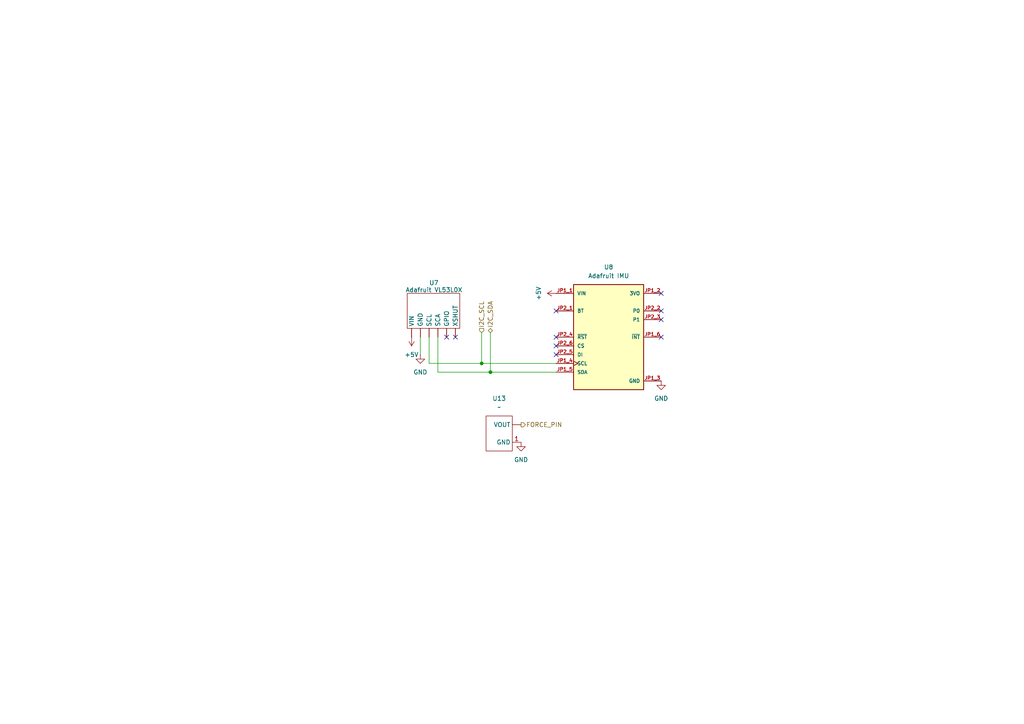
<source format=kicad_sch>
(kicad_sch (version 20250114) (generator "eeschema") (generator_version "9.0")
  (paper "A4")
  (lib_symbols
    (symbol "4754:4754" (pin_names (offset 1.016))
      (property "Reference" "U" (at -10.16 16.002 0))
      (property "Value" "4754" (at -10.16 -17.78 0))
      (symbol "4754_0_0"
        (rectangle (start -10.16 -15.24) (end 10.16 15.24) (stroke (width 0.254)) (fill (type background)))
        (pin input line (at -15.24 12.7 0) (length 5.08) (name "VIN") (number "JP1_1"))
        (pin input line (at -15.24 7.62 0) (length 5.08) (name "BT") (number "JP2_1"))
        (pin input line (at -15.24 0 0) (length 5.08) (name "~{RST}") (number "JP2_4"))
        (pin input line (at -15.24 -2.54 0) (length 5.08) (name "CS") (number "JP2_6"))
        (pin input line (at -15.24 -5.08 0) (length 5.08) (name "DI") (number "JP2_5"))
        (pin bidirectional clock (at -15.24 -7.62 0) (length 5.08) (name "SCL") (number "JP1_4"))
        (pin bidirectional line (at -15.24 -10.16 0) (length 5.08) (name "SDA") (number "JP1_5"))
        (pin output line (at 15.24 12.7 180) (length 5.08) (name "3VO") (number "JP1_2"))
        (pin bidirectional line (at 15.24 7.62 180) (length 5.08) (name "P0") (number "JP2_2"))
        (pin bidirectional line (at 15.24 5.08 180) (length 5.08) (name "P1") (number "JP2_3"))
        (pin output line (at 15.24 0 180) (length 5.08) (name "~{INT}") (number "JP1_6"))
        (pin power_in line (at 15.24 -12.7 180) (length 5.08) (name "GND") (number "JP1_3"))
      )
    )
    (symbol "Custom_Parts:Adafruit_VL53L0X"
      (property "Reference" "U" (at 0 0 0))
      (symbol "Adafruit_VL53L0X_0_1"
        (rectangle (start -7.62 2.54) (end 7.62 -7.62))
      )
      (symbol "Adafruit_VL53L0X_1_1"
        (pin power_in line (at -6.35 -10.16 90) (length 2.54) (name "VIN") (number ""))
        (pin power_in line (at -3.81 -10.16 90) (length 2.54) (name "GND") (number ""))
        (pin input line (at -1.27 -10.16 90) (length 2.54) (name "SCL") (number ""))
        (pin bidirectional line (at 1.27 -10.16 90) (length 2.54) (name "SCA") (number ""))
        (pin bidirectional line (at 3.81 -10.16 90) (length 2.54) (name "GPIO") (number ""))
        (pin input line (at 6.35 -10.16 90) (length 2.54) (name "XSHUT") (number ""))
      )
    )
    (symbol "Custom_Parts:Force_Sensor"
      (property "Reference" "U" (at 0 0 0))
      (symbol "Force_Sensor_0_1"
        (rectangle (start -5.08 -3.81) (end 5.08 3.81))
      )
      (symbol "Force_Sensor_1_1"
        (pin power_in line (at -2.54 -6.35 90) (length 2.54) (name "GND") (number "1"))
        (pin output line (at 2.54 -6.35 90) (length 2.54) (name "VOUT") (number ""))
      )
    )
    (symbol "power:+5V" (power) (pin_numbers (hide yes)) (pin_names (offset 0) (hide yes))
      (property "Value" "+5V" (at 0 3.556 0))
      (symbol "+5V_0_1"
        (polyline (pts (xy -0.762 1.27) (xy 0 2.54)))
        (polyline (pts (xy 0 2.54) (xy 0.762 1.27)))
        (polyline (pts (xy 0 0) (xy 0 2.54)))
      )
      (symbol "+5V_1_1"
        (pin power_in line (at 0 0 90) (length 0) (name "~") (number "1"))
      )
    )
    (symbol "power:GND" (power) (pin_numbers (hide yes)) (pin_names (offset 0) (hide yes))
      (property "Value" "GND" (at 0 -3.81 0))
      (symbol "GND_0_1"
        (polyline (pts (xy 0 0) (xy 0 -1.27) (xy 1.27 -1.27) (xy 0 -2.54) (xy -1.27 -1.27) (xy 0 -1.27)))
      )
      (symbol "GND_1_1"
        (pin power_in line (at 0 0 270) (length 0) (name "~") (number "1"))
      )
    )
  )
  (junction (at 139.7 105.41))
  (junction (at 142.24 107.95))
  (no_connect (at 161.29 100.33))
  (no_connect (at 191.77 85.09))
  (no_connect (at 132.08 97.79))
  (no_connect (at 191.77 90.17))
  (no_connect (at 191.77 97.79))
  (no_connect (at 161.29 102.87))
  (no_connect (at 129.54 97.79))
  (no_connect (at 161.29 90.17))
  (no_connect (at 191.77 92.71))
  (no_connect (at 161.29 97.79))
  (wire (pts (xy 142.24 107.95) (xy 161.29 107.95)))
  (wire (pts (xy 121.92 102.87) (xy 121.92 97.79)))
  (wire (pts (xy 139.7 96.52) (xy 139.7 105.41)))
  (wire (pts (xy 124.46 105.41) (xy 124.46 97.79)))
  (wire (pts (xy 127 107.95) (xy 142.24 107.95)))
  (wire (pts (xy 139.7 105.41) (xy 124.46 105.41)))
  (wire (pts (xy 142.24 96.52) (xy 142.24 107.95)))
  (wire (pts (xy 139.7 105.41) (xy 161.29 105.41)))
  (wire (pts (xy 127 97.79) (xy 127 107.95)))
  (hierarchical_label "FORCE_PIN" (shape output) (at 151.13 123.19 0))
  (hierarchical_label "I2C_SCL" (shape input) (at 139.7 96.52 90))
  (hierarchical_label "I2C_SDA" (shape bidirectional) (at 142.24 96.52 90))
  (symbol (lib_id "power:+5V") (at 119.38 97.79 180) (unit 1)
    (property "Reference" "#PWR019" (effects (hide yes)))
    (property "Value" "+5V" (at 119.38 102.87 0))
    (property "Description" "Power symbol creates a global label with name \"+5V\"" (effects (hide yes)))
  )
  (symbol (lib_id "Custom_Parts:Adafruit_VL53L0X") (at 125.73 87.63 0) (unit 1)
    (property "Reference" "U7" (at 124.46 82.042 0) (effects (justify left)))
    (property "Value" "Adafruit VL53L0X" (at 117.602 84.074 0) (effects (justify left)))
  )
  (symbol (lib_id "power:GND") (at 151.13 128.27 0) (unit 1)
    (property "Reference" "#PWR042" (effects (hide yes)))
    (property "Value" "GND" (at 151.13 133.35 0))
    (property "Description" "Power symbol creates a global label with name \"GND\" , ground" (effects (hide yes)))
  )
  (symbol (lib_id "power:GND") (at 191.77 110.49 0) (unit 1)
    (property "Reference" "#PWR021" (effects (hide yes)))
    (property "Value" "GND" (at 191.77 115.57 0))
    (property "Description" "Power symbol creates a global label with name \"GND\" , ground" (effects (hide yes)))
  )
  (symbol (lib_id "power:GND") (at 121.92 102.87 0) (unit 1)
    (property "Reference" "#PWR018" (effects (hide yes)))
    (property "Value" "GND" (at 121.92 107.95 0))
    (property "Description" "Power symbol creates a global label with name \"GND\" , ground" (effects (hide yes)))
  )
  (symbol (lib_id "4754:4754") (at 176.53 97.79 0) (unit 1)
    (property "Reference" "U8" (at 176.53 77.47 0))
    (property "Value" "Adafruit IMU" (at 176.53 80.01 0))
    (property "Footprint" "4754:MODULE_4754" (effects (hide yes)))
    (property "MF" "Adafruit" (effects (hide yes)))
    (property "MAXIMUM_PACKAGE_HEIGHT" "4.6mm" (effects (hide yes)))
    (property "Package" "None" (effects (hide yes)))
    (property "Price" "None" (effects (hide yes)))
    (property "Check_prices" "https://www.snapeda.com/parts/4754/Adafruit+Industries/view-part/?ref=eda" (effects (hide yes)))
    (property "STANDARD" "Manufacturer Recommendations" (effects (hide yes)))
    (property "PARTREV" "2021-03-16" (effects (hide yes)))
    (property "SnapEDA_Link" "https://www.snapeda.com/parts/4754/Adafruit+Industries/view-part/?ref=snap" (effects (hide yes)))
    (property "MP" "4754" (effects (hide yes)))
    (property "Description_1" "Adafruit 9-DOF Orientation IMU Fusion Breakout - BNO085 (BNO080) - STEMMA QT / Qwiic" (effects (hide yes)))
    (property "MANUFACTURER" "Adafruit" (effects (hide yes)))
    (property "Availability" "In Stock" (effects (hide yes)))
    (property "SNAPEDA_PN" "4754" (effects (hide yes)))
  )
  (symbol (lib_id "Custom_Parts:Force_Sensor") (at 144.78 125.73 90) (unit 1)
    (property "Reference" "U13" (at 144.78 115.57 90))
    (property "Value" "~" (at 144.78 118.11 90))
  )
  (symbol (lib_id "power:+5V") (at 161.29 85.09 90) (unit 1)
    (property "Reference" "#PWR020" (effects (hide yes)))
    (property "Value" "+5V" (at 156.21 85.09 0))
    (property "Description" "Power symbol creates a global label with name \"+5V\"" (effects (hide yes)))
  )
)
</source>
